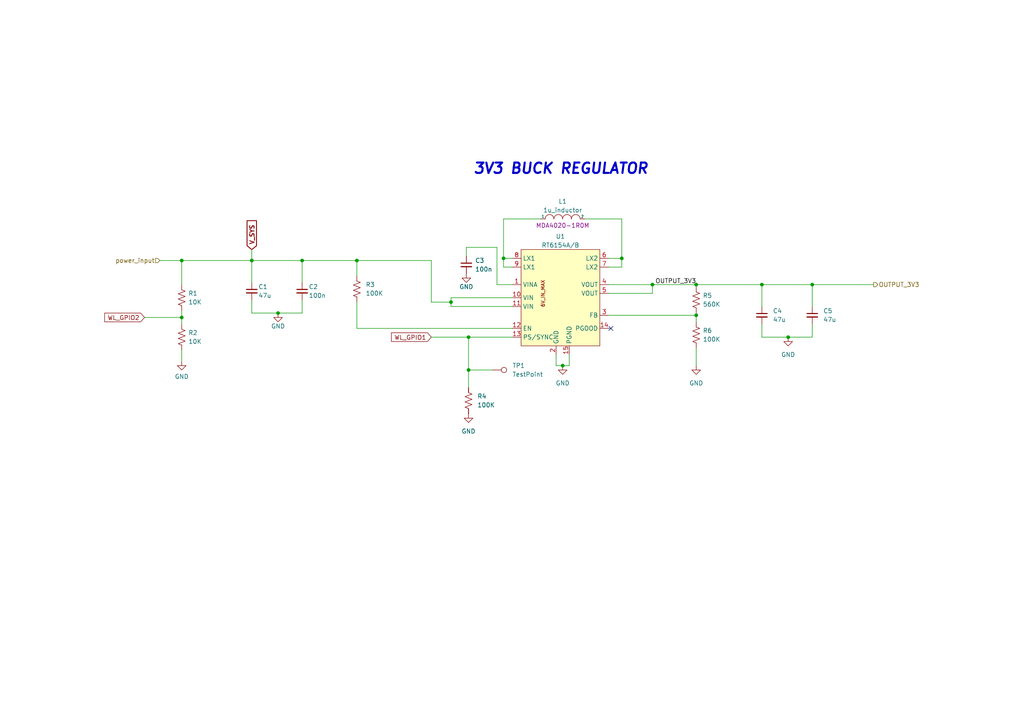
<source format=kicad_sch>
(kicad_sch (version 20230121) (generator eeschema)
  (paper "A4")
  (lib_symbols
    (symbol "Connector:TestPoint" (pin_numbers hide) (pin_names (offset 0.762) hide)
      (property "Reference" "TP" (at 0 6.858 0))
      (property "Value" "TestPoint" (at 0 5.08 0))
      (symbol "TestPoint_0_1"
        (circle (center 0 3.302) (radius 0.762))
      )
      (symbol "TestPoint_1_1"
        (pin passive line (at 0 0 90) (length 2.54) (name "1") (number "1"))
      )
    )
    (symbol "Device:C_Small" (pin_numbers hide) (pin_names (offset 0.254) hide)
      (property "Reference" "C" (at 0.254 1.778 0))
      (property "Value" "C_Small" (at 0.254 -2.032 0))
      (symbol "C_Small_0_1"
        (polyline (pts (xy -1.524 -0.508) (xy 1.524 -0.508)) (stroke (width 0.3302)))
        (polyline (pts (xy -1.524 0.508) (xy 1.524 0.508)) (stroke (width 0.3048)))
      )
      (symbol "C_Small_1_1"
        (pin passive line (at 0 2.54 270) (length 2.032) (name "~") (number "1"))
        (pin passive line (at 0 -2.54 90) (length 2.032) (name "~") (number "2"))
      )
    )
    (symbol "Device:R_US" (pin_numbers hide) (pin_names (offset 0))
      (property "Reference" "R" (at 2.54 0 90))
      (property "Value" "R_US" (at -2.54 0 90))
      (symbol "R_US_0_1"
        (polyline (pts (xy 0 -2.286) (xy 0 -2.54)))
        (polyline (pts (xy 0 2.286) (xy 0 2.54)))
        (polyline (pts (xy 0 -0.762) (xy 1.016 -1.143) (xy 0 -1.524) (xy -1.016 -1.905) (xy 0 -2.286)))
        (polyline (pts (xy 0 0.762) (xy 1.016 0.381) (xy 0 0) (xy -1.016 -0.381) (xy 0 -0.762)))
        (polyline (pts (xy 0 2.286) (xy 1.016 1.905) (xy 0 1.524) (xy -1.016 1.143) (xy 0 0.762)))
      )
      (symbol "R_US_1_1"
        (pin passive line (at 0 3.81 270) (length 1.27) (name "~") (number "1"))
        (pin passive line (at 0 -3.81 90) (length 1.27) (name "~") (number "2"))
      )
    )
    (symbol "GCL_Integrated-Circuits:RT6154A{slash}B"
      (property "Reference" "U" (at 10.16 3.81 0))
      (property "Value" "RT6154A{slash}B" (at 10.16 1.27 0))
      (symbol "RT6154A{slash}B_0_0"
        (text "6V_IN_MAX" (at 6.35 -12.7 900) (effects (font (size 1 1))))
        (pin power_in line (at -2.54 -10.16 0) (length 2.54) (name "VINA") (number "1"))
        (pin power_in line (at -2.54 -13.97 0) (length 2.54) (name "VIN") (number "10"))
        (pin power_in line (at -2.54 -16.51 0) (length 2.54) (name "VIN") (number "11"))
        (pin passive line (at -2.54 -22.86 0) (length 2.54) (name "EN") (number "12"))
        (pin passive line (at -2.54 -25.4 0) (length 2.54) (name "PS/SYNC") (number "13"))
        (pin passive line (at 25.4 -22.86 180) (length 2.54) (name "PGOOD") (number "14"))
        (pin power_in line (at 13.97 -30.48 90) (length 2.54) (name "PGND") (number "15"))
        (pin power_in line (at 10.16 -30.48 90) (length 2.54) (name "GND") (number "2"))
        (pin passive line (at 25.4 -19.05 180) (length 2.54) (name "FB") (number "3"))
        (pin output line (at 25.4 -10.16 180) (length 2.54) (name "VOUT") (number "4"))
        (pin output line (at 25.4 -12.7 180) (length 2.54) (name "VOUT") (number "5"))
        (pin passive line (at 25.4 -2.54 180) (length 2.54) (name "LX2") (number "6"))
        (pin passive line (at 25.4 -5.08 180) (length 2.54) (name "LX2") (number "7"))
        (pin passive line (at -2.54 -2.54 0) (length 2.54) (name "LX1") (number "8"))
        (pin passive line (at -2.54 -5.08 0) (length 2.54) (name "LX1") (number "9"))
      )
      (symbol "RT6154A{slash}B_0_1"
        (rectangle (start 0 0) (end 22.86 -27.94) (fill (type background)))
      )
    )
    (symbol "power:GND" (power) (pin_names (offset 0))
      (property "Value" "GND" (at 0 -3.81 0))
      (symbol "GND_0_1"
        (polyline (pts (xy 0 0) (xy 0 -1.27) (xy 1.27 -1.27) (xy 0 -2.54) (xy -1.27 -1.27) (xy 0 -1.27)))
      )
      (symbol "GND_1_1"
        (pin power_in line (at 0 0 270) (length 0) hide (name "GND") (number "1"))
      )
    )
    (symbol "pspice:INDUCTOR" (pin_numbers hide) (pin_names (offset 0))
      (property "Reference" "L" (at 0 2.54 0))
      (property "Value" "INDUCTOR" (at 0 -1.27 0))
      (symbol "INDUCTOR_0_1"
        (arc (start -2.54 0) (mid -3.81 1.2645) (end -5.08 0))
        (arc (start 0 0) (mid -1.27 1.2645) (end -2.54 0))
        (arc (start 2.54 0) (mid 1.27 1.2645) (end 0 0))
        (arc (start 5.08 0) (mid 3.81 1.2645) (end 2.54 0))
      )
      (symbol "INDUCTOR_1_1"
        (pin input line (at -6.35 0 0) (length 1.27) (name "1") (number "1"))
        (pin input line (at 6.35 0 180) (length 1.27) (name "2") (number "2"))
      )
    )
  )
  (junction (at 189.23 82.55))
  (junction (at 163.195 106.045))
  (junction (at 135.89 107.315))
  (junction (at 146.05 74.93))
  (junction (at 201.93 91.44))
  (junction (at 130.81 87.63))
  (junction (at 73.025 75.565))
  (junction (at 52.705 75.565))
  (junction (at 235.585 82.55))
  (junction (at 220.98 82.55))
  (junction (at 87.63 75.565))
  (junction (at 135.89 97.79))
  (junction (at 180.34 74.93))
  (junction (at 52.705 92.075))
  (junction (at 80.645 90.805))
  (junction (at 228.6 97.79))
  (junction (at 201.93 82.55))
  (junction (at 103.505 75.565))
  (no_connect (at 177.165 95.25))
  (wire (pts (xy 87.63 75.565) (xy 103.505 75.565)))
  (wire (pts (xy 144.145 82.55) (xy 144.145 71.755)))
  (wire (pts (xy 73.025 90.805) (xy 80.645 90.805)))
  (wire (pts (xy 176.53 74.93) (xy 180.34 74.93)))
  (wire (pts (xy 135.89 97.79) (xy 135.89 107.315)))
  (wire (pts (xy 176.53 95.25) (xy 177.165 95.25)))
  (wire (pts (xy 228.6 97.79) (xy 235.585 97.79)))
  (wire (pts (xy 220.98 82.55) (xy 235.585 82.55)))
  (wire (pts (xy 52.705 101.6) (xy 52.705 104.775)))
  (wire (pts (xy 220.98 88.9) (xy 220.98 82.55)))
  (wire (pts (xy 201.93 106.045) (xy 201.93 100.965)))
  (wire (pts (xy 180.34 74.93) (xy 180.34 77.47)))
  (wire (pts (xy 103.505 95.25) (xy 148.59 95.25)))
  (wire (pts (xy 130.81 86.36) (xy 130.81 87.63)))
  (wire (pts (xy 130.81 87.63) (xy 130.81 88.9)))
  (wire (pts (xy 52.705 75.565) (xy 52.705 82.55)))
  (wire (pts (xy 87.63 75.565) (xy 87.63 81.915)))
  (wire (pts (xy 87.63 86.995) (xy 87.63 90.805)))
  (wire (pts (xy 148.59 77.47) (xy 146.05 77.47)))
  (wire (pts (xy 130.81 88.9) (xy 148.59 88.9)))
  (wire (pts (xy 201.93 83.185) (xy 201.93 82.55)))
  (wire (pts (xy 103.505 75.565) (xy 103.505 80.01)))
  (wire (pts (xy 52.705 75.565) (xy 73.025 75.565)))
  (wire (pts (xy 135.255 71.755) (xy 135.255 74.295)))
  (wire (pts (xy 189.23 82.55) (xy 189.23 85.09)))
  (wire (pts (xy 161.29 102.87) (xy 161.29 106.045)))
  (wire (pts (xy 46.355 75.565) (xy 52.705 75.565)))
  (wire (pts (xy 135.89 107.315) (xy 135.89 112.395)))
  (wire (pts (xy 146.05 74.93) (xy 148.59 74.93)))
  (wire (pts (xy 180.34 77.47) (xy 176.53 77.47)))
  (wire (pts (xy 201.93 93.345) (xy 201.93 91.44)))
  (wire (pts (xy 41.91 92.075) (xy 52.705 92.075)))
  (wire (pts (xy 135.89 107.315) (xy 142.875 107.315)))
  (wire (pts (xy 169.545 63.5) (xy 180.34 63.5)))
  (wire (pts (xy 235.585 82.55) (xy 253.365 82.55)))
  (wire (pts (xy 52.705 92.075) (xy 52.705 93.98)))
  (wire (pts (xy 130.81 87.63) (xy 125.095 87.63)))
  (wire (pts (xy 161.29 106.045) (xy 163.195 106.045)))
  (wire (pts (xy 176.53 82.55) (xy 189.23 82.55)))
  (wire (pts (xy 165.1 106.045) (xy 165.1 102.87)))
  (wire (pts (xy 73.025 75.565) (xy 87.63 75.565)))
  (wire (pts (xy 146.05 63.5) (xy 156.845 63.5)))
  (wire (pts (xy 148.59 82.55) (xy 144.145 82.55)))
  (wire (pts (xy 73.025 81.915) (xy 73.025 75.565)))
  (wire (pts (xy 201.93 82.55) (xy 220.98 82.55)))
  (wire (pts (xy 189.23 85.09) (xy 176.53 85.09)))
  (wire (pts (xy 220.98 97.79) (xy 220.98 93.98)))
  (wire (pts (xy 144.145 71.755) (xy 135.255 71.755)))
  (wire (pts (xy 235.585 93.98) (xy 235.585 97.79)))
  (wire (pts (xy 146.05 77.47) (xy 146.05 74.93)))
  (wire (pts (xy 73.025 72.39) (xy 73.025 75.565)))
  (wire (pts (xy 125.095 97.79) (xy 135.89 97.79)))
  (wire (pts (xy 80.645 90.805) (xy 87.63 90.805)))
  (wire (pts (xy 103.505 75.565) (xy 125.095 75.565)))
  (wire (pts (xy 146.05 74.93) (xy 146.05 63.5)))
  (wire (pts (xy 180.34 63.5) (xy 180.34 74.93)))
  (wire (pts (xy 176.53 91.44) (xy 201.93 91.44)))
  (wire (pts (xy 73.025 90.805) (xy 73.025 86.995)))
  (wire (pts (xy 52.705 90.17) (xy 52.705 92.075)))
  (wire (pts (xy 148.59 86.36) (xy 130.81 86.36)))
  (wire (pts (xy 220.98 97.79) (xy 228.6 97.79)))
  (wire (pts (xy 235.585 82.55) (xy 235.585 88.9)))
  (wire (pts (xy 125.095 87.63) (xy 125.095 75.565)))
  (wire (pts (xy 201.93 91.44) (xy 201.93 90.805)))
  (wire (pts (xy 163.195 106.045) (xy 165.1 106.045)))
  (wire (pts (xy 148.59 97.79) (xy 135.89 97.79)))
  (wire (pts (xy 103.505 87.63) (xy 103.505 95.25)))
  (wire (pts (xy 189.23 82.55) (xy 201.93 82.55)))
  (text "3V3 BUCK REGULATOR" (at 137.16 50.8 0) (effects (font (size 3 3) bold italic) (justify left bottom)))
  (label "OUTPUT_3V3" (at 201.93 82.55 180))
  (global_label "WL_GPIO1" (shape input) (at 125.095 97.79 180) (property "Intersheetrefs" "${INTERSHEET_REFS}" (effects hide)))
  (global_label "WL_GPIO2" (shape input) (at 41.91 92.075 180) (property "Intersheetrefs" "${INTERSHEET_REFS}" (effects hide)))
  (global_label "V_SYS" (shape input) (at 73.025 72.39 90) (effects (font bold)) (property "Intersheetrefs" "${INTERSHEET_REFS}" (effects hide)))
  (hierarchical_label "power_input" (shape input) (at 46.355 75.565 180))
  (hierarchical_label "OUTPUT_3V3" (shape output) (at 253.365 82.55 0))
  (symbol (lib_id "Device:R_US") (at 201.93 86.995 0) (unit 1)
    (property "Reference" "R5" (at 203.835 85.7249 0) (effects (justify left)))
    (property "Value" "560K" (at 203.835 88.2649 0) (effects (justify left)))
    (property "Footprint" "Resistor_SMD:R_0402_1005Metric" (effects hide))
  )
  (symbol (lib_id "power:GND") (at 228.6 97.79 0) (unit 1)
    (property "Reference" "#PWR08" (effects hide))
    (property "Value" "GND" (at 228.6 102.87 0))
  )
  (symbol (lib_id "Device:R_US") (at 52.705 86.36 0) (unit 1)
    (property "Reference" "R1" (at 54.61 85.0899 0) (effects (justify left)))
    (property "Value" "10K" (at 54.61 87.6299 0) (effects (justify left)))
    (property "Footprint" "Resistor_SMD:R_0402_1005Metric" (effects hide))
  )
  (symbol (lib_id "Device:C_Small") (at 135.255 76.835 0) (unit 1)
    (property "Reference" "C3" (at 137.795 75.5712 0) (effects (justify left)))
    (property "Value" "100n" (at 137.795 78.1112 0) (effects (justify left)))
    (property "Footprint" "Capacitor_SMD:C_0603_1608Metric" (effects hide))
  )
  (symbol (lib_id "Device:R_US") (at 103.505 83.82 0) (unit 1)
    (property "Reference" "R3" (at 106.045 82.5499 0) (effects (justify left)))
    (property "Value" "100K" (at 106.045 85.0899 0) (effects (justify left)))
    (property "Footprint" "Resistor_SMD:R_0402_1005Metric" (effects hide))
  )
  (symbol (lib_id "Connector:TestPoint") (at 142.875 107.315 270) (unit 1)
    (property "Reference" "TP1" (at 148.59 106.0449 90) (effects (justify left)))
    (property "Value" "TestPoint" (at 148.59 108.5849 90) (effects (justify left)))
    (property "Footprint" "TestPoint:TestPoint_Pad_D1.0mm" (effects hide))
  )
  (symbol (lib_id "power:GND") (at 80.645 90.805 0) (unit 1)
    (property "Reference" "#PWR03" (effects hide))
    (property "Value" "GND" (at 80.645 94.615 0))
  )
  (symbol (lib_id "Device:C_Small") (at 235.585 91.44 0) (unit 1)
    (property "Reference" "C5" (at 238.76 90.1762 0) (effects (justify left)))
    (property "Value" "47u" (at 238.76 92.7162 0) (effects (justify left)))
    (property "Footprint" "Capacitor_SMD:C_0603_1608Metric" (effects hide))
  )
  (symbol (lib_id "power:GND") (at 135.89 120.015 0) (unit 1)
    (property "Reference" "#PWR05" (effects hide))
    (property "Value" "GND" (at 135.89 125.095 0))
  )
  (symbol (lib_id "Device:R_US") (at 135.89 116.205 0) (unit 1)
    (property "Reference" "R4" (at 138.43 114.9349 0) (effects (justify left)))
    (property "Value" "100K" (at 138.43 117.4749 0) (effects (justify left)))
    (property "Footprint" "Resistor_SMD:R_0402_1005Metric" (effects hide))
  )
  (symbol (lib_id "power:GND") (at 163.195 106.045 0) (unit 1)
    (property "Reference" "#PWR06" (effects hide))
    (property "Value" "GND" (at 163.195 111.125 0))
  )
  (symbol (lib_id "Device:C_Small") (at 220.98 91.44 0) (unit 1)
    (property "Reference" "C4" (at 224.155 90.1762 0) (effects (justify left)))
    (property "Value" "47u" (at 224.155 92.7162 0) (effects (justify left)))
    (property "Footprint" "Capacitor_SMD:C_0603_1608Metric" (effects hide))
  )
  (symbol (lib_id "power:GND") (at 201.93 106.045 0) (unit 1)
    (property "Reference" "#PWR07" (effects hide))
    (property "Value" "GND" (at 201.93 111.125 0))
  )
  (symbol (lib_id "pspice:INDUCTOR") (at 163.195 63.5 0) (unit 1)
    (property "Reference" "L1" (at 163.195 58.42 0))
    (property "Value" "1u_inductor" (at 163.195 60.96 0))
    (property "Footprint" "greencharge-footprints:MDA4020-XXXX" (effects hide))
    (property "MPN" "MDA4020-1R0M" (at 163.195 65.405 0))
  )
  (symbol (lib_id "Device:C_Small") (at 73.025 84.455 0) (unit 1)
    (property "Reference" "C1" (at 74.93 83.185 0) (effects (justify left)))
    (property "Value" "47u" (at 74.93 85.725 0) (effects (justify left)))
    (property "Footprint" "Capacitor_SMD:C_0603_1608Metric" (effects hide))
  )
  (symbol (lib_id "power:GND") (at 52.705 104.775 0) (unit 1)
    (property "Reference" "#PWR02" (effects hide))
    (property "Value" "GND" (at 52.705 109.22 0))
  )
  (symbol (lib_id "Device:C_Small") (at 87.63 84.455 0) (unit 1)
    (property "Reference" "C2" (at 89.535 83.185 0) (effects (justify left)))
    (property "Value" "100n" (at 89.535 85.725 0) (effects (justify left)))
    (property "Footprint" "Capacitor_SMD:C_0603_1608Metric" (effects hide))
  )
  (symbol (lib_id "Device:R_US") (at 201.93 97.155 0) (unit 1)
    (property "Reference" "R6" (at 203.835 95.8849 0) (effects (justify left)))
    (property "Value" "100K" (at 203.835 98.4249 0) (effects (justify left)))
    (property "Footprint" "Resistor_SMD:R_0402_1005Metric" (effects hide))
  )
  (symbol (lib_id "Device:R_US") (at 52.705 97.79 0) (unit 1)
    (property "Reference" "R2" (at 54.61 96.5199 0) (effects (justify left)))
    (property "Value" "10K" (at 54.61 99.0599 0) (effects (justify left)))
    (property "Footprint" "Resistor_SMD:R_0402_1005Metric" (effects hide))
  )
  (symbol (lib_id "power:GND") (at 135.255 79.375 0) (unit 1)
    (property "Reference" "#PWR04" (effects hide))
    (property "Value" "GND" (at 135.255 83.185 0))
  )
  (symbol (lib_id "GCL_Integrated-Circuits:RT6154A{slash}B") (at 151.13 72.39 0) (unit 1)
    (property "Reference" "U1" (at 162.56 68.58 0))
    (property "Value" "RT6154A/B" (at 162.56 71.12 0))
    (property "Footprint" "greencharge-footprints:RT6154A_B" (effects hide))
  )
)
</source>
